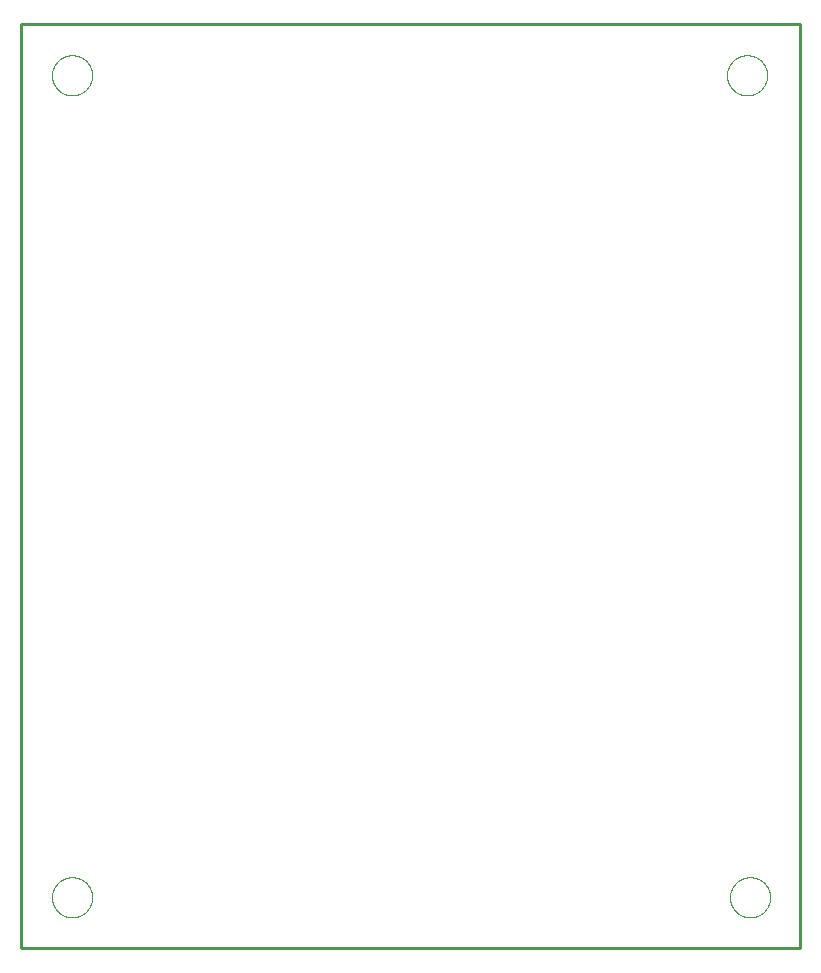
<source format=gko>
G75*
%MOIN*%
%OFA0B0*%
%FSLAX25Y25*%
%IPPOS*%
%LPD*%
%AMOC8*
5,1,8,0,0,1.08239X$1,22.5*
%
%ADD10C,0.01000*%
%ADD11C,0.00000*%
D10*
X0001800Y0001800D02*
X0001800Y0309761D01*
X0261501Y0309761D01*
X0261501Y0001800D01*
X0001800Y0001800D01*
D11*
X0012107Y0018800D02*
X0012109Y0018964D01*
X0012115Y0019128D01*
X0012125Y0019292D01*
X0012139Y0019456D01*
X0012157Y0019619D01*
X0012179Y0019782D01*
X0012206Y0019944D01*
X0012236Y0020106D01*
X0012270Y0020266D01*
X0012308Y0020426D01*
X0012349Y0020585D01*
X0012395Y0020743D01*
X0012445Y0020899D01*
X0012498Y0021055D01*
X0012555Y0021209D01*
X0012616Y0021361D01*
X0012681Y0021512D01*
X0012750Y0021662D01*
X0012822Y0021809D01*
X0012897Y0021955D01*
X0012977Y0022099D01*
X0013059Y0022241D01*
X0013145Y0022381D01*
X0013235Y0022518D01*
X0013328Y0022654D01*
X0013424Y0022787D01*
X0013524Y0022918D01*
X0013626Y0023046D01*
X0013732Y0023172D01*
X0013841Y0023295D01*
X0013953Y0023415D01*
X0014067Y0023533D01*
X0014185Y0023647D01*
X0014305Y0023759D01*
X0014428Y0023868D01*
X0014554Y0023974D01*
X0014682Y0024076D01*
X0014813Y0024176D01*
X0014946Y0024272D01*
X0015082Y0024365D01*
X0015219Y0024455D01*
X0015359Y0024541D01*
X0015501Y0024623D01*
X0015645Y0024703D01*
X0015791Y0024778D01*
X0015938Y0024850D01*
X0016088Y0024919D01*
X0016239Y0024984D01*
X0016391Y0025045D01*
X0016545Y0025102D01*
X0016701Y0025155D01*
X0016857Y0025205D01*
X0017015Y0025251D01*
X0017174Y0025292D01*
X0017334Y0025330D01*
X0017494Y0025364D01*
X0017656Y0025394D01*
X0017818Y0025421D01*
X0017981Y0025443D01*
X0018144Y0025461D01*
X0018308Y0025475D01*
X0018472Y0025485D01*
X0018636Y0025491D01*
X0018800Y0025493D01*
X0018964Y0025491D01*
X0019128Y0025485D01*
X0019292Y0025475D01*
X0019456Y0025461D01*
X0019619Y0025443D01*
X0019782Y0025421D01*
X0019944Y0025394D01*
X0020106Y0025364D01*
X0020266Y0025330D01*
X0020426Y0025292D01*
X0020585Y0025251D01*
X0020743Y0025205D01*
X0020899Y0025155D01*
X0021055Y0025102D01*
X0021209Y0025045D01*
X0021361Y0024984D01*
X0021512Y0024919D01*
X0021662Y0024850D01*
X0021809Y0024778D01*
X0021955Y0024703D01*
X0022099Y0024623D01*
X0022241Y0024541D01*
X0022381Y0024455D01*
X0022518Y0024365D01*
X0022654Y0024272D01*
X0022787Y0024176D01*
X0022918Y0024076D01*
X0023046Y0023974D01*
X0023172Y0023868D01*
X0023295Y0023759D01*
X0023415Y0023647D01*
X0023533Y0023533D01*
X0023647Y0023415D01*
X0023759Y0023295D01*
X0023868Y0023172D01*
X0023974Y0023046D01*
X0024076Y0022918D01*
X0024176Y0022787D01*
X0024272Y0022654D01*
X0024365Y0022518D01*
X0024455Y0022381D01*
X0024541Y0022241D01*
X0024623Y0022099D01*
X0024703Y0021955D01*
X0024778Y0021809D01*
X0024850Y0021662D01*
X0024919Y0021512D01*
X0024984Y0021361D01*
X0025045Y0021209D01*
X0025102Y0021055D01*
X0025155Y0020899D01*
X0025205Y0020743D01*
X0025251Y0020585D01*
X0025292Y0020426D01*
X0025330Y0020266D01*
X0025364Y0020106D01*
X0025394Y0019944D01*
X0025421Y0019782D01*
X0025443Y0019619D01*
X0025461Y0019456D01*
X0025475Y0019292D01*
X0025485Y0019128D01*
X0025491Y0018964D01*
X0025493Y0018800D01*
X0025491Y0018636D01*
X0025485Y0018472D01*
X0025475Y0018308D01*
X0025461Y0018144D01*
X0025443Y0017981D01*
X0025421Y0017818D01*
X0025394Y0017656D01*
X0025364Y0017494D01*
X0025330Y0017334D01*
X0025292Y0017174D01*
X0025251Y0017015D01*
X0025205Y0016857D01*
X0025155Y0016701D01*
X0025102Y0016545D01*
X0025045Y0016391D01*
X0024984Y0016239D01*
X0024919Y0016088D01*
X0024850Y0015938D01*
X0024778Y0015791D01*
X0024703Y0015645D01*
X0024623Y0015501D01*
X0024541Y0015359D01*
X0024455Y0015219D01*
X0024365Y0015082D01*
X0024272Y0014946D01*
X0024176Y0014813D01*
X0024076Y0014682D01*
X0023974Y0014554D01*
X0023868Y0014428D01*
X0023759Y0014305D01*
X0023647Y0014185D01*
X0023533Y0014067D01*
X0023415Y0013953D01*
X0023295Y0013841D01*
X0023172Y0013732D01*
X0023046Y0013626D01*
X0022918Y0013524D01*
X0022787Y0013424D01*
X0022654Y0013328D01*
X0022518Y0013235D01*
X0022381Y0013145D01*
X0022241Y0013059D01*
X0022099Y0012977D01*
X0021955Y0012897D01*
X0021809Y0012822D01*
X0021662Y0012750D01*
X0021512Y0012681D01*
X0021361Y0012616D01*
X0021209Y0012555D01*
X0021055Y0012498D01*
X0020899Y0012445D01*
X0020743Y0012395D01*
X0020585Y0012349D01*
X0020426Y0012308D01*
X0020266Y0012270D01*
X0020106Y0012236D01*
X0019944Y0012206D01*
X0019782Y0012179D01*
X0019619Y0012157D01*
X0019456Y0012139D01*
X0019292Y0012125D01*
X0019128Y0012115D01*
X0018964Y0012109D01*
X0018800Y0012107D01*
X0018636Y0012109D01*
X0018472Y0012115D01*
X0018308Y0012125D01*
X0018144Y0012139D01*
X0017981Y0012157D01*
X0017818Y0012179D01*
X0017656Y0012206D01*
X0017494Y0012236D01*
X0017334Y0012270D01*
X0017174Y0012308D01*
X0017015Y0012349D01*
X0016857Y0012395D01*
X0016701Y0012445D01*
X0016545Y0012498D01*
X0016391Y0012555D01*
X0016239Y0012616D01*
X0016088Y0012681D01*
X0015938Y0012750D01*
X0015791Y0012822D01*
X0015645Y0012897D01*
X0015501Y0012977D01*
X0015359Y0013059D01*
X0015219Y0013145D01*
X0015082Y0013235D01*
X0014946Y0013328D01*
X0014813Y0013424D01*
X0014682Y0013524D01*
X0014554Y0013626D01*
X0014428Y0013732D01*
X0014305Y0013841D01*
X0014185Y0013953D01*
X0014067Y0014067D01*
X0013953Y0014185D01*
X0013841Y0014305D01*
X0013732Y0014428D01*
X0013626Y0014554D01*
X0013524Y0014682D01*
X0013424Y0014813D01*
X0013328Y0014946D01*
X0013235Y0015082D01*
X0013145Y0015219D01*
X0013059Y0015359D01*
X0012977Y0015501D01*
X0012897Y0015645D01*
X0012822Y0015791D01*
X0012750Y0015938D01*
X0012681Y0016088D01*
X0012616Y0016239D01*
X0012555Y0016391D01*
X0012498Y0016545D01*
X0012445Y0016701D01*
X0012395Y0016857D01*
X0012349Y0017015D01*
X0012308Y0017174D01*
X0012270Y0017334D01*
X0012236Y0017494D01*
X0012206Y0017656D01*
X0012179Y0017818D01*
X0012157Y0017981D01*
X0012139Y0018144D01*
X0012125Y0018308D01*
X0012115Y0018472D01*
X0012109Y0018636D01*
X0012107Y0018800D01*
X0012107Y0292800D02*
X0012109Y0292964D01*
X0012115Y0293128D01*
X0012125Y0293292D01*
X0012139Y0293456D01*
X0012157Y0293619D01*
X0012179Y0293782D01*
X0012206Y0293944D01*
X0012236Y0294106D01*
X0012270Y0294266D01*
X0012308Y0294426D01*
X0012349Y0294585D01*
X0012395Y0294743D01*
X0012445Y0294899D01*
X0012498Y0295055D01*
X0012555Y0295209D01*
X0012616Y0295361D01*
X0012681Y0295512D01*
X0012750Y0295662D01*
X0012822Y0295809D01*
X0012897Y0295955D01*
X0012977Y0296099D01*
X0013059Y0296241D01*
X0013145Y0296381D01*
X0013235Y0296518D01*
X0013328Y0296654D01*
X0013424Y0296787D01*
X0013524Y0296918D01*
X0013626Y0297046D01*
X0013732Y0297172D01*
X0013841Y0297295D01*
X0013953Y0297415D01*
X0014067Y0297533D01*
X0014185Y0297647D01*
X0014305Y0297759D01*
X0014428Y0297868D01*
X0014554Y0297974D01*
X0014682Y0298076D01*
X0014813Y0298176D01*
X0014946Y0298272D01*
X0015082Y0298365D01*
X0015219Y0298455D01*
X0015359Y0298541D01*
X0015501Y0298623D01*
X0015645Y0298703D01*
X0015791Y0298778D01*
X0015938Y0298850D01*
X0016088Y0298919D01*
X0016239Y0298984D01*
X0016391Y0299045D01*
X0016545Y0299102D01*
X0016701Y0299155D01*
X0016857Y0299205D01*
X0017015Y0299251D01*
X0017174Y0299292D01*
X0017334Y0299330D01*
X0017494Y0299364D01*
X0017656Y0299394D01*
X0017818Y0299421D01*
X0017981Y0299443D01*
X0018144Y0299461D01*
X0018308Y0299475D01*
X0018472Y0299485D01*
X0018636Y0299491D01*
X0018800Y0299493D01*
X0018964Y0299491D01*
X0019128Y0299485D01*
X0019292Y0299475D01*
X0019456Y0299461D01*
X0019619Y0299443D01*
X0019782Y0299421D01*
X0019944Y0299394D01*
X0020106Y0299364D01*
X0020266Y0299330D01*
X0020426Y0299292D01*
X0020585Y0299251D01*
X0020743Y0299205D01*
X0020899Y0299155D01*
X0021055Y0299102D01*
X0021209Y0299045D01*
X0021361Y0298984D01*
X0021512Y0298919D01*
X0021662Y0298850D01*
X0021809Y0298778D01*
X0021955Y0298703D01*
X0022099Y0298623D01*
X0022241Y0298541D01*
X0022381Y0298455D01*
X0022518Y0298365D01*
X0022654Y0298272D01*
X0022787Y0298176D01*
X0022918Y0298076D01*
X0023046Y0297974D01*
X0023172Y0297868D01*
X0023295Y0297759D01*
X0023415Y0297647D01*
X0023533Y0297533D01*
X0023647Y0297415D01*
X0023759Y0297295D01*
X0023868Y0297172D01*
X0023974Y0297046D01*
X0024076Y0296918D01*
X0024176Y0296787D01*
X0024272Y0296654D01*
X0024365Y0296518D01*
X0024455Y0296381D01*
X0024541Y0296241D01*
X0024623Y0296099D01*
X0024703Y0295955D01*
X0024778Y0295809D01*
X0024850Y0295662D01*
X0024919Y0295512D01*
X0024984Y0295361D01*
X0025045Y0295209D01*
X0025102Y0295055D01*
X0025155Y0294899D01*
X0025205Y0294743D01*
X0025251Y0294585D01*
X0025292Y0294426D01*
X0025330Y0294266D01*
X0025364Y0294106D01*
X0025394Y0293944D01*
X0025421Y0293782D01*
X0025443Y0293619D01*
X0025461Y0293456D01*
X0025475Y0293292D01*
X0025485Y0293128D01*
X0025491Y0292964D01*
X0025493Y0292800D01*
X0025491Y0292636D01*
X0025485Y0292472D01*
X0025475Y0292308D01*
X0025461Y0292144D01*
X0025443Y0291981D01*
X0025421Y0291818D01*
X0025394Y0291656D01*
X0025364Y0291494D01*
X0025330Y0291334D01*
X0025292Y0291174D01*
X0025251Y0291015D01*
X0025205Y0290857D01*
X0025155Y0290701D01*
X0025102Y0290545D01*
X0025045Y0290391D01*
X0024984Y0290239D01*
X0024919Y0290088D01*
X0024850Y0289938D01*
X0024778Y0289791D01*
X0024703Y0289645D01*
X0024623Y0289501D01*
X0024541Y0289359D01*
X0024455Y0289219D01*
X0024365Y0289082D01*
X0024272Y0288946D01*
X0024176Y0288813D01*
X0024076Y0288682D01*
X0023974Y0288554D01*
X0023868Y0288428D01*
X0023759Y0288305D01*
X0023647Y0288185D01*
X0023533Y0288067D01*
X0023415Y0287953D01*
X0023295Y0287841D01*
X0023172Y0287732D01*
X0023046Y0287626D01*
X0022918Y0287524D01*
X0022787Y0287424D01*
X0022654Y0287328D01*
X0022518Y0287235D01*
X0022381Y0287145D01*
X0022241Y0287059D01*
X0022099Y0286977D01*
X0021955Y0286897D01*
X0021809Y0286822D01*
X0021662Y0286750D01*
X0021512Y0286681D01*
X0021361Y0286616D01*
X0021209Y0286555D01*
X0021055Y0286498D01*
X0020899Y0286445D01*
X0020743Y0286395D01*
X0020585Y0286349D01*
X0020426Y0286308D01*
X0020266Y0286270D01*
X0020106Y0286236D01*
X0019944Y0286206D01*
X0019782Y0286179D01*
X0019619Y0286157D01*
X0019456Y0286139D01*
X0019292Y0286125D01*
X0019128Y0286115D01*
X0018964Y0286109D01*
X0018800Y0286107D01*
X0018636Y0286109D01*
X0018472Y0286115D01*
X0018308Y0286125D01*
X0018144Y0286139D01*
X0017981Y0286157D01*
X0017818Y0286179D01*
X0017656Y0286206D01*
X0017494Y0286236D01*
X0017334Y0286270D01*
X0017174Y0286308D01*
X0017015Y0286349D01*
X0016857Y0286395D01*
X0016701Y0286445D01*
X0016545Y0286498D01*
X0016391Y0286555D01*
X0016239Y0286616D01*
X0016088Y0286681D01*
X0015938Y0286750D01*
X0015791Y0286822D01*
X0015645Y0286897D01*
X0015501Y0286977D01*
X0015359Y0287059D01*
X0015219Y0287145D01*
X0015082Y0287235D01*
X0014946Y0287328D01*
X0014813Y0287424D01*
X0014682Y0287524D01*
X0014554Y0287626D01*
X0014428Y0287732D01*
X0014305Y0287841D01*
X0014185Y0287953D01*
X0014067Y0288067D01*
X0013953Y0288185D01*
X0013841Y0288305D01*
X0013732Y0288428D01*
X0013626Y0288554D01*
X0013524Y0288682D01*
X0013424Y0288813D01*
X0013328Y0288946D01*
X0013235Y0289082D01*
X0013145Y0289219D01*
X0013059Y0289359D01*
X0012977Y0289501D01*
X0012897Y0289645D01*
X0012822Y0289791D01*
X0012750Y0289938D01*
X0012681Y0290088D01*
X0012616Y0290239D01*
X0012555Y0290391D01*
X0012498Y0290545D01*
X0012445Y0290701D01*
X0012395Y0290857D01*
X0012349Y0291015D01*
X0012308Y0291174D01*
X0012270Y0291334D01*
X0012236Y0291494D01*
X0012206Y0291656D01*
X0012179Y0291818D01*
X0012157Y0291981D01*
X0012139Y0292144D01*
X0012125Y0292308D01*
X0012115Y0292472D01*
X0012109Y0292636D01*
X0012107Y0292800D01*
X0237107Y0292800D02*
X0237109Y0292964D01*
X0237115Y0293128D01*
X0237125Y0293292D01*
X0237139Y0293456D01*
X0237157Y0293619D01*
X0237179Y0293782D01*
X0237206Y0293944D01*
X0237236Y0294106D01*
X0237270Y0294266D01*
X0237308Y0294426D01*
X0237349Y0294585D01*
X0237395Y0294743D01*
X0237445Y0294899D01*
X0237498Y0295055D01*
X0237555Y0295209D01*
X0237616Y0295361D01*
X0237681Y0295512D01*
X0237750Y0295662D01*
X0237822Y0295809D01*
X0237897Y0295955D01*
X0237977Y0296099D01*
X0238059Y0296241D01*
X0238145Y0296381D01*
X0238235Y0296518D01*
X0238328Y0296654D01*
X0238424Y0296787D01*
X0238524Y0296918D01*
X0238626Y0297046D01*
X0238732Y0297172D01*
X0238841Y0297295D01*
X0238953Y0297415D01*
X0239067Y0297533D01*
X0239185Y0297647D01*
X0239305Y0297759D01*
X0239428Y0297868D01*
X0239554Y0297974D01*
X0239682Y0298076D01*
X0239813Y0298176D01*
X0239946Y0298272D01*
X0240082Y0298365D01*
X0240219Y0298455D01*
X0240359Y0298541D01*
X0240501Y0298623D01*
X0240645Y0298703D01*
X0240791Y0298778D01*
X0240938Y0298850D01*
X0241088Y0298919D01*
X0241239Y0298984D01*
X0241391Y0299045D01*
X0241545Y0299102D01*
X0241701Y0299155D01*
X0241857Y0299205D01*
X0242015Y0299251D01*
X0242174Y0299292D01*
X0242334Y0299330D01*
X0242494Y0299364D01*
X0242656Y0299394D01*
X0242818Y0299421D01*
X0242981Y0299443D01*
X0243144Y0299461D01*
X0243308Y0299475D01*
X0243472Y0299485D01*
X0243636Y0299491D01*
X0243800Y0299493D01*
X0243964Y0299491D01*
X0244128Y0299485D01*
X0244292Y0299475D01*
X0244456Y0299461D01*
X0244619Y0299443D01*
X0244782Y0299421D01*
X0244944Y0299394D01*
X0245106Y0299364D01*
X0245266Y0299330D01*
X0245426Y0299292D01*
X0245585Y0299251D01*
X0245743Y0299205D01*
X0245899Y0299155D01*
X0246055Y0299102D01*
X0246209Y0299045D01*
X0246361Y0298984D01*
X0246512Y0298919D01*
X0246662Y0298850D01*
X0246809Y0298778D01*
X0246955Y0298703D01*
X0247099Y0298623D01*
X0247241Y0298541D01*
X0247381Y0298455D01*
X0247518Y0298365D01*
X0247654Y0298272D01*
X0247787Y0298176D01*
X0247918Y0298076D01*
X0248046Y0297974D01*
X0248172Y0297868D01*
X0248295Y0297759D01*
X0248415Y0297647D01*
X0248533Y0297533D01*
X0248647Y0297415D01*
X0248759Y0297295D01*
X0248868Y0297172D01*
X0248974Y0297046D01*
X0249076Y0296918D01*
X0249176Y0296787D01*
X0249272Y0296654D01*
X0249365Y0296518D01*
X0249455Y0296381D01*
X0249541Y0296241D01*
X0249623Y0296099D01*
X0249703Y0295955D01*
X0249778Y0295809D01*
X0249850Y0295662D01*
X0249919Y0295512D01*
X0249984Y0295361D01*
X0250045Y0295209D01*
X0250102Y0295055D01*
X0250155Y0294899D01*
X0250205Y0294743D01*
X0250251Y0294585D01*
X0250292Y0294426D01*
X0250330Y0294266D01*
X0250364Y0294106D01*
X0250394Y0293944D01*
X0250421Y0293782D01*
X0250443Y0293619D01*
X0250461Y0293456D01*
X0250475Y0293292D01*
X0250485Y0293128D01*
X0250491Y0292964D01*
X0250493Y0292800D01*
X0250491Y0292636D01*
X0250485Y0292472D01*
X0250475Y0292308D01*
X0250461Y0292144D01*
X0250443Y0291981D01*
X0250421Y0291818D01*
X0250394Y0291656D01*
X0250364Y0291494D01*
X0250330Y0291334D01*
X0250292Y0291174D01*
X0250251Y0291015D01*
X0250205Y0290857D01*
X0250155Y0290701D01*
X0250102Y0290545D01*
X0250045Y0290391D01*
X0249984Y0290239D01*
X0249919Y0290088D01*
X0249850Y0289938D01*
X0249778Y0289791D01*
X0249703Y0289645D01*
X0249623Y0289501D01*
X0249541Y0289359D01*
X0249455Y0289219D01*
X0249365Y0289082D01*
X0249272Y0288946D01*
X0249176Y0288813D01*
X0249076Y0288682D01*
X0248974Y0288554D01*
X0248868Y0288428D01*
X0248759Y0288305D01*
X0248647Y0288185D01*
X0248533Y0288067D01*
X0248415Y0287953D01*
X0248295Y0287841D01*
X0248172Y0287732D01*
X0248046Y0287626D01*
X0247918Y0287524D01*
X0247787Y0287424D01*
X0247654Y0287328D01*
X0247518Y0287235D01*
X0247381Y0287145D01*
X0247241Y0287059D01*
X0247099Y0286977D01*
X0246955Y0286897D01*
X0246809Y0286822D01*
X0246662Y0286750D01*
X0246512Y0286681D01*
X0246361Y0286616D01*
X0246209Y0286555D01*
X0246055Y0286498D01*
X0245899Y0286445D01*
X0245743Y0286395D01*
X0245585Y0286349D01*
X0245426Y0286308D01*
X0245266Y0286270D01*
X0245106Y0286236D01*
X0244944Y0286206D01*
X0244782Y0286179D01*
X0244619Y0286157D01*
X0244456Y0286139D01*
X0244292Y0286125D01*
X0244128Y0286115D01*
X0243964Y0286109D01*
X0243800Y0286107D01*
X0243636Y0286109D01*
X0243472Y0286115D01*
X0243308Y0286125D01*
X0243144Y0286139D01*
X0242981Y0286157D01*
X0242818Y0286179D01*
X0242656Y0286206D01*
X0242494Y0286236D01*
X0242334Y0286270D01*
X0242174Y0286308D01*
X0242015Y0286349D01*
X0241857Y0286395D01*
X0241701Y0286445D01*
X0241545Y0286498D01*
X0241391Y0286555D01*
X0241239Y0286616D01*
X0241088Y0286681D01*
X0240938Y0286750D01*
X0240791Y0286822D01*
X0240645Y0286897D01*
X0240501Y0286977D01*
X0240359Y0287059D01*
X0240219Y0287145D01*
X0240082Y0287235D01*
X0239946Y0287328D01*
X0239813Y0287424D01*
X0239682Y0287524D01*
X0239554Y0287626D01*
X0239428Y0287732D01*
X0239305Y0287841D01*
X0239185Y0287953D01*
X0239067Y0288067D01*
X0238953Y0288185D01*
X0238841Y0288305D01*
X0238732Y0288428D01*
X0238626Y0288554D01*
X0238524Y0288682D01*
X0238424Y0288813D01*
X0238328Y0288946D01*
X0238235Y0289082D01*
X0238145Y0289219D01*
X0238059Y0289359D01*
X0237977Y0289501D01*
X0237897Y0289645D01*
X0237822Y0289791D01*
X0237750Y0289938D01*
X0237681Y0290088D01*
X0237616Y0290239D01*
X0237555Y0290391D01*
X0237498Y0290545D01*
X0237445Y0290701D01*
X0237395Y0290857D01*
X0237349Y0291015D01*
X0237308Y0291174D01*
X0237270Y0291334D01*
X0237236Y0291494D01*
X0237206Y0291656D01*
X0237179Y0291818D01*
X0237157Y0291981D01*
X0237139Y0292144D01*
X0237125Y0292308D01*
X0237115Y0292472D01*
X0237109Y0292636D01*
X0237107Y0292800D01*
X0238107Y0018800D02*
X0238109Y0018964D01*
X0238115Y0019128D01*
X0238125Y0019292D01*
X0238139Y0019456D01*
X0238157Y0019619D01*
X0238179Y0019782D01*
X0238206Y0019944D01*
X0238236Y0020106D01*
X0238270Y0020266D01*
X0238308Y0020426D01*
X0238349Y0020585D01*
X0238395Y0020743D01*
X0238445Y0020899D01*
X0238498Y0021055D01*
X0238555Y0021209D01*
X0238616Y0021361D01*
X0238681Y0021512D01*
X0238750Y0021662D01*
X0238822Y0021809D01*
X0238897Y0021955D01*
X0238977Y0022099D01*
X0239059Y0022241D01*
X0239145Y0022381D01*
X0239235Y0022518D01*
X0239328Y0022654D01*
X0239424Y0022787D01*
X0239524Y0022918D01*
X0239626Y0023046D01*
X0239732Y0023172D01*
X0239841Y0023295D01*
X0239953Y0023415D01*
X0240067Y0023533D01*
X0240185Y0023647D01*
X0240305Y0023759D01*
X0240428Y0023868D01*
X0240554Y0023974D01*
X0240682Y0024076D01*
X0240813Y0024176D01*
X0240946Y0024272D01*
X0241082Y0024365D01*
X0241219Y0024455D01*
X0241359Y0024541D01*
X0241501Y0024623D01*
X0241645Y0024703D01*
X0241791Y0024778D01*
X0241938Y0024850D01*
X0242088Y0024919D01*
X0242239Y0024984D01*
X0242391Y0025045D01*
X0242545Y0025102D01*
X0242701Y0025155D01*
X0242857Y0025205D01*
X0243015Y0025251D01*
X0243174Y0025292D01*
X0243334Y0025330D01*
X0243494Y0025364D01*
X0243656Y0025394D01*
X0243818Y0025421D01*
X0243981Y0025443D01*
X0244144Y0025461D01*
X0244308Y0025475D01*
X0244472Y0025485D01*
X0244636Y0025491D01*
X0244800Y0025493D01*
X0244964Y0025491D01*
X0245128Y0025485D01*
X0245292Y0025475D01*
X0245456Y0025461D01*
X0245619Y0025443D01*
X0245782Y0025421D01*
X0245944Y0025394D01*
X0246106Y0025364D01*
X0246266Y0025330D01*
X0246426Y0025292D01*
X0246585Y0025251D01*
X0246743Y0025205D01*
X0246899Y0025155D01*
X0247055Y0025102D01*
X0247209Y0025045D01*
X0247361Y0024984D01*
X0247512Y0024919D01*
X0247662Y0024850D01*
X0247809Y0024778D01*
X0247955Y0024703D01*
X0248099Y0024623D01*
X0248241Y0024541D01*
X0248381Y0024455D01*
X0248518Y0024365D01*
X0248654Y0024272D01*
X0248787Y0024176D01*
X0248918Y0024076D01*
X0249046Y0023974D01*
X0249172Y0023868D01*
X0249295Y0023759D01*
X0249415Y0023647D01*
X0249533Y0023533D01*
X0249647Y0023415D01*
X0249759Y0023295D01*
X0249868Y0023172D01*
X0249974Y0023046D01*
X0250076Y0022918D01*
X0250176Y0022787D01*
X0250272Y0022654D01*
X0250365Y0022518D01*
X0250455Y0022381D01*
X0250541Y0022241D01*
X0250623Y0022099D01*
X0250703Y0021955D01*
X0250778Y0021809D01*
X0250850Y0021662D01*
X0250919Y0021512D01*
X0250984Y0021361D01*
X0251045Y0021209D01*
X0251102Y0021055D01*
X0251155Y0020899D01*
X0251205Y0020743D01*
X0251251Y0020585D01*
X0251292Y0020426D01*
X0251330Y0020266D01*
X0251364Y0020106D01*
X0251394Y0019944D01*
X0251421Y0019782D01*
X0251443Y0019619D01*
X0251461Y0019456D01*
X0251475Y0019292D01*
X0251485Y0019128D01*
X0251491Y0018964D01*
X0251493Y0018800D01*
X0251491Y0018636D01*
X0251485Y0018472D01*
X0251475Y0018308D01*
X0251461Y0018144D01*
X0251443Y0017981D01*
X0251421Y0017818D01*
X0251394Y0017656D01*
X0251364Y0017494D01*
X0251330Y0017334D01*
X0251292Y0017174D01*
X0251251Y0017015D01*
X0251205Y0016857D01*
X0251155Y0016701D01*
X0251102Y0016545D01*
X0251045Y0016391D01*
X0250984Y0016239D01*
X0250919Y0016088D01*
X0250850Y0015938D01*
X0250778Y0015791D01*
X0250703Y0015645D01*
X0250623Y0015501D01*
X0250541Y0015359D01*
X0250455Y0015219D01*
X0250365Y0015082D01*
X0250272Y0014946D01*
X0250176Y0014813D01*
X0250076Y0014682D01*
X0249974Y0014554D01*
X0249868Y0014428D01*
X0249759Y0014305D01*
X0249647Y0014185D01*
X0249533Y0014067D01*
X0249415Y0013953D01*
X0249295Y0013841D01*
X0249172Y0013732D01*
X0249046Y0013626D01*
X0248918Y0013524D01*
X0248787Y0013424D01*
X0248654Y0013328D01*
X0248518Y0013235D01*
X0248381Y0013145D01*
X0248241Y0013059D01*
X0248099Y0012977D01*
X0247955Y0012897D01*
X0247809Y0012822D01*
X0247662Y0012750D01*
X0247512Y0012681D01*
X0247361Y0012616D01*
X0247209Y0012555D01*
X0247055Y0012498D01*
X0246899Y0012445D01*
X0246743Y0012395D01*
X0246585Y0012349D01*
X0246426Y0012308D01*
X0246266Y0012270D01*
X0246106Y0012236D01*
X0245944Y0012206D01*
X0245782Y0012179D01*
X0245619Y0012157D01*
X0245456Y0012139D01*
X0245292Y0012125D01*
X0245128Y0012115D01*
X0244964Y0012109D01*
X0244800Y0012107D01*
X0244636Y0012109D01*
X0244472Y0012115D01*
X0244308Y0012125D01*
X0244144Y0012139D01*
X0243981Y0012157D01*
X0243818Y0012179D01*
X0243656Y0012206D01*
X0243494Y0012236D01*
X0243334Y0012270D01*
X0243174Y0012308D01*
X0243015Y0012349D01*
X0242857Y0012395D01*
X0242701Y0012445D01*
X0242545Y0012498D01*
X0242391Y0012555D01*
X0242239Y0012616D01*
X0242088Y0012681D01*
X0241938Y0012750D01*
X0241791Y0012822D01*
X0241645Y0012897D01*
X0241501Y0012977D01*
X0241359Y0013059D01*
X0241219Y0013145D01*
X0241082Y0013235D01*
X0240946Y0013328D01*
X0240813Y0013424D01*
X0240682Y0013524D01*
X0240554Y0013626D01*
X0240428Y0013732D01*
X0240305Y0013841D01*
X0240185Y0013953D01*
X0240067Y0014067D01*
X0239953Y0014185D01*
X0239841Y0014305D01*
X0239732Y0014428D01*
X0239626Y0014554D01*
X0239524Y0014682D01*
X0239424Y0014813D01*
X0239328Y0014946D01*
X0239235Y0015082D01*
X0239145Y0015219D01*
X0239059Y0015359D01*
X0238977Y0015501D01*
X0238897Y0015645D01*
X0238822Y0015791D01*
X0238750Y0015938D01*
X0238681Y0016088D01*
X0238616Y0016239D01*
X0238555Y0016391D01*
X0238498Y0016545D01*
X0238445Y0016701D01*
X0238395Y0016857D01*
X0238349Y0017015D01*
X0238308Y0017174D01*
X0238270Y0017334D01*
X0238236Y0017494D01*
X0238206Y0017656D01*
X0238179Y0017818D01*
X0238157Y0017981D01*
X0238139Y0018144D01*
X0238125Y0018308D01*
X0238115Y0018472D01*
X0238109Y0018636D01*
X0238107Y0018800D01*
M02*

</source>
